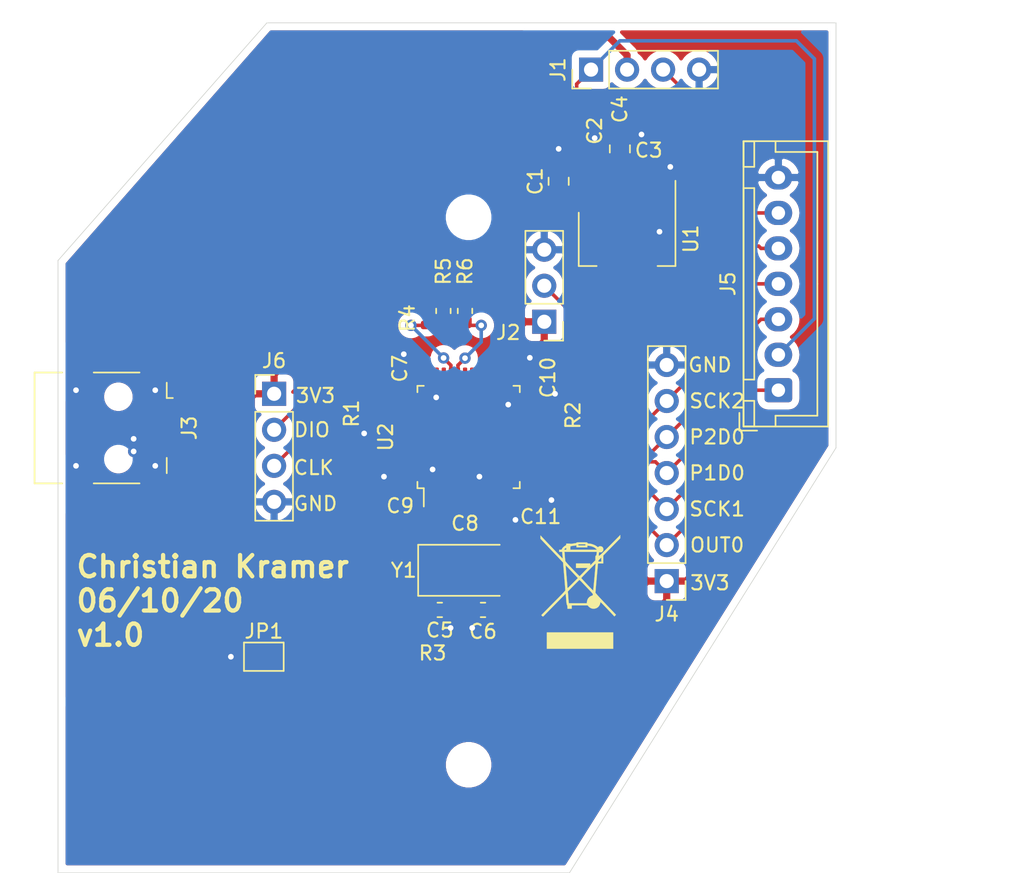
<source format=kicad_pcb>
(kicad_pcb (version 20171130) (host pcbnew "(5.1.6)-1")
  (layers (0 F.Cu signal) (31 B.Cu signal) (34 B.Paste user) (35 F.Paste user) (36 B.SilkS user) (37 F.SilkS user) (38 B.Mask user) (39 F.Mask user) (44 Edge.Cuts user))
  (net 0 "")
  (net 1 +5V)
  (net 2 GND)
  (net 3 +3V3)
  (net 4 "Net-(C5-Pad2)")
  (net 5 "Net-(C6-Pad2)")
  (net 6 /POWER)
  (net 7 /RESET)
  (net 8 "Net-(J2-Pad2)")
  (net 9 "Net-(J3-Pad2)")
  (net 10 "Net-(J3-Pad3)")
  (net 11 /OUT0)
  (net 12 /SCK1)
  (net 13 /P1D0)
  (net 14 /P2D0)
  (net 15 /SCK2)
  (net 16 /SWDCLK)
  (net 17 /SWDIO)
  (net 18 /BOOT0)
  (net 19 /BOOT1)
  (net 20 /USB_DP)
  (net 21 /USB_DM)
  (net 22 /MODE)
  (net 23 "Net-(C11-Pad2)")
  (module "KiCad Footprints:Signature" (layer F.Cu) (at 114.935 104.902)
    (fp_text reference G*** hide)
    (fp_text value LOGO hide)
  )
  (module Symbol:WEEE-Logo_5.6x8mm_SilkScreen (layer F.Cu) (at 138.43 90.932)
    (fp_text reference REF** hide)
    (fp_text value WEEE-Logo_5.6x8mm_SilkScreen hide)
  )
  (module "KiCad Footprints:GameVision Logo" (layer F.Cu) (at 113.665 62.357 48.7)
    (fp_text reference G*** hide)
    (fp_text value LOGO hide)
  )
  (module MountingHole:MountingHole_2.2mm_M2 (layer F.Cu) (at 130.556 64.516)
    (fp_text reference REF**)
    (fp_text value MountingHole_2.2mm_M2)
    (pad 1 np_thru_hole circle (at 0 0) (size 2.2 2.2) (drill 2.2) (layers *.Cu *.Mask))
  )
  (module MountingHole:MountingHole_2.2mm_M2 (layer F.Cu) (at 130.556 103.124)
    (fp_text reference REF**)
    (fp_text value MountingHole_2.2mm_M2)
    (pad 1 np_thru_hole circle (at 0 0) (size 2.2 2.2) (drill 2.2) (layers *.Cu *.Mask))
  )
  (module Connector_USB:USB_Mini-B_Lumberg_2486_01_Horizontal (layer F.Cu) (at 105.858 79.37 270)
    (fp_text reference J3 (at 0 -5 90) (layer F.SilkS))
    (fp_text value USB_B_Mini)
    (pad "" np_thru_hole circle (at 2.2 0 270) (size 1 1) (drill 1) (layers *.Cu *.Mask))
    (pad "" np_thru_hole circle (at -2.2 0 270) (size 1 1) (drill 1) (layers *.Cu *.Mask))
    (pad 6 smd rect (at 4.45 2.85 270) (size 2 1.7) (layers F.Cu F.Paste F.Mask) (net 2 GND))
    (pad 6 smd rect (at 4.45 -2.6 270) (size 2 1.7) (layers F.Cu F.Paste F.Mask) (net 2 GND))
    (pad 6 smd rect (at -4.45 2.85 270) (size 2 1.7) (layers F.Cu F.Paste F.Mask) (net 2 GND))
    (pad 6 smd rect (at -4.45 -2.6 270) (size 2 1.7) (layers F.Cu F.Paste F.Mask) (net 2 GND))
    (pad 5 smd rect (at 1.6 -2.7 270) (size 0.5 2) (layers F.Cu F.Paste F.Mask) (net 2 GND))
    (pad 4 smd rect (at 0.8 -2.7 270) (size 0.5 2) (layers F.Cu F.Paste F.Mask) (net 2 GND))
    (pad 3 smd rect (at 0 -2.7 270) (size 0.5 2) (layers F.Cu F.Paste F.Mask) (net 10 "Net-(J3-Pad3)"))
    (pad 2 smd rect (at -0.8 -2.7 270) (size 0.5 2) (layers F.Cu F.Paste F.Mask) (net 9 "Net-(J3-Pad2)"))
    (pad 1 smd rect (at -1.6 -2.7 270) (size 0.5 2) (layers F.Cu F.Paste F.Mask) (net 6 /POWER))
  )
  (module Capacitor_SMD:C_0805_2012Metric (layer F.Cu) (at 136.906 61.976 90)
    (fp_text reference C1 (at 0 -1.65 90) (layer F.SilkS))
    (fp_text value 10μF)
    (pad 1 smd roundrect (at -0.9375 0 90) (size 0.975 1.4) (layers F.Cu F.Paste F.Mask) (net 1 +5V))
    (pad 2 smd roundrect (at 0.9375 0 90) (size 0.975 1.4) (layers F.Cu F.Paste F.Mask) (net 2 GND))
  )
  (module Capacitor_SMD:C_0402_1005Metric (layer F.Cu) (at 139.446 60.452 90)
    (fp_text reference C2 (at 2.032 0 90) (layer F.SilkS))
    (fp_text value 100nF)
    (pad 1 smd roundrect (at -0.485 0 90) (size 0.59 0.64) (layers F.Cu F.Paste F.Mask) (net 1 +5V))
    (pad 2 smd roundrect (at 0.485 0 90) (size 0.59 0.64) (layers F.Cu F.Paste F.Mask) (net 2 GND))
  )
  (module Capacitor_SMD:C_0402_1005Metric (layer F.Cu) (at 143.256 60.96)
    (fp_text reference C3 (at 0 -1.17) (layer F.SilkS))
    (fp_text value 100nF)
    (pad 2 smd roundrect (at 0.485 0) (size 0.59 0.64) (layers F.Cu F.Paste F.Mask) (net 2 GND))
    (pad 1 smd roundrect (at -0.485 0) (size 0.59 0.64) (layers F.Cu F.Paste F.Mask) (net 3 +3V3))
  )
  (module Capacitor_SMD:C_0805_2012Metric (layer F.Cu) (at 141.224 59.69 90)
    (fp_text reference C4 (at 2.794 0 90) (layer F.SilkS))
    (fp_text value 10μF)
    (pad 2 smd roundrect (at 0.9375 0 90) (size 0.975 1.4) (layers F.Cu F.Paste F.Mask) (net 2 GND))
    (pad 1 smd roundrect (at -0.9375 0 90) (size 0.975 1.4) (layers F.Cu F.Paste F.Mask) (net 3 +3V3))
  )
  (module Capacitor_SMD:C_0603_1608Metric (layer F.Cu) (at 128.524 92.202 180)
    (fp_text reference C5 (at 0 -1.43) (layer F.SilkS))
    (fp_text value 20pF)
    (pad 1 smd roundrect (at -0.7875 0 180) (size 0.875 0.95) (layers F.Cu F.Paste F.Mask) (net 2 GND))
    (pad 2 smd roundrect (at 0.7875 0 180) (size 0.875 0.95) (layers F.Cu F.Paste F.Mask) (net 4 "Net-(C5-Pad2)"))
  )
  (module Capacitor_SMD:C_0603_1608Metric (layer F.Cu) (at 131.572 92.202)
    (fp_text reference C6 (at 0 1.524) (layer F.SilkS))
    (fp_text value 20pF)
    (pad 2 smd roundrect (at 0.7875 0) (size 0.875 0.95) (layers F.Cu F.Paste F.Mask) (net 5 "Net-(C6-Pad2)"))
    (pad 1 smd roundrect (at -0.7875 0) (size 0.875 0.95) (layers F.Cu F.Paste F.Mask) (net 2 GND))
  )
  (module Capacitor_SMD:C_0402_1005Metric (layer F.Cu) (at 126.873 75.184 90)
    (fp_text reference C7 (at 0 -1.17 90) (layer F.SilkS))
    (fp_text value 100nF)
    (pad 2 smd roundrect (at 0.485 0 90) (size 0.59 0.64) (layers F.Cu F.Paste F.Mask) (net 2 GND))
    (pad 1 smd roundrect (at -0.485 0 90) (size 0.59 0.64) (layers F.Cu F.Paste F.Mask) (net 3 +3V3))
  )
  (module Capacitor_SMD:C_0402_1005Metric (layer F.Cu) (at 132.334 85.852)
    (fp_text reference C8 (at -2.032 0.254) (layer F.SilkS))
    (fp_text value 100nF)
    (pad 2 smd roundrect (at 0.485 0) (size 0.59 0.64) (layers F.Cu F.Paste F.Mask) (net 2 GND))
    (pad 1 smd roundrect (at -0.485 0) (size 0.59 0.64) (layers F.Cu F.Paste F.Mask) (net 3 +3V3))
  )
  (module Capacitor_SMD:C_0402_1005Metric (layer F.Cu) (at 125.73 83.693 180)
    (fp_text reference C9 (at 0 -1.17) (layer F.SilkS))
    (fp_text value 100nF)
    (pad 2 smd roundrect (at 0.485 0 180) (size 0.59 0.64) (layers F.Cu F.Paste F.Mask) (net 2 GND))
    (pad 1 smd roundrect (at -0.485 0 180) (size 0.59 0.64) (layers F.Cu F.Paste F.Mask) (net 3 +3V3))
  )
  (module Capacitor_SMD:C_0402_1005Metric (layer F.Cu) (at 134.874 75.819 90)
    (fp_text reference C10 (at 0 1.27 90) (layer F.SilkS))
    (fp_text value 100nF)
    (pad 2 smd roundrect (at 0.485 0 90) (size 0.59 0.64) (layers F.Cu F.Paste F.Mask) (net 2 GND))
    (pad 1 smd roundrect (at -0.485 0 90) (size 0.59 0.64) (layers F.Cu F.Paste F.Mask) (net 3 +3V3))
  )
  (module Connector_PinHeader_2.54mm:PinHeader_1x04_P2.54mm_Vertical (layer F.Cu) (at 139.192 54.102 90)
    (fp_text reference J1 (at 0 -2.33 90) (layer F.SilkS))
    (fp_text value Reset/Power)
    (pad 1 thru_hole rect (at 0 0 90) (size 1.7 1.7) (drill 1) (layers *.Cu *.Mask) (net 1 +5V))
    (pad 2 thru_hole oval (at 0 2.54 90) (size 1.7 1.7) (drill 1) (layers *.Cu *.Mask) (net 6 /POWER))
    (pad 3 thru_hole oval (at 0 5.08 90) (size 1.7 1.7) (drill 1) (layers *.Cu *.Mask) (net 7 /RESET))
    (pad 4 thru_hole oval (at 0 7.62 90) (size 1.7 1.7) (drill 1) (layers *.Cu *.Mask) (net 2 GND))
  )
  (module Connector_PinHeader_2.54mm:PinHeader_1x03_P2.54mm_Vertical (layer F.Cu) (at 135.89 71.882 180)
    (fp_text reference J2 (at 2.54 -0.762) (layer F.SilkS))
    (fp_text value Potentiometer)
    (pad 3 thru_hole oval (at 0 5.08 180) (size 1.7 1.7) (drill 1) (layers *.Cu *.Mask) (net 2 GND))
    (pad 2 thru_hole oval (at 0 2.54 180) (size 1.7 1.7) (drill 1) (layers *.Cu *.Mask) (net 8 "Net-(J2-Pad2)"))
    (pad 1 thru_hole rect (at 0 0 180) (size 1.7 1.7) (drill 1) (layers *.Cu *.Mask) (net 3 +3V3))
  )
  (module Connector_JST:JST_XH_B7B-XH-A_1x07_P2.50mm_Vertical (layer F.Cu) (at 152.4 76.708 90)
    (fp_text reference J5 (at 7.5 -3.55 90) (layer F.SilkS))
    (fp_text value Controller)
    (pad 1 thru_hole roundrect (at 0 0 90) (size 1.7 1.95) (drill 0.95) (layers *.Cu *.Mask) (roundrect_rratio 0.147059) (net 11 /OUT0))
    (pad 2 thru_hole oval (at 2.5 0 90) (size 1.7 1.95) (drill 0.95) (layers *.Cu *.Mask) (net 1 +5V))
    (pad 3 thru_hole oval (at 5 0 90) (size 1.7 1.95) (drill 0.95) (layers *.Cu *.Mask) (net 12 /SCK1))
    (pad 4 thru_hole oval (at 7.5 0 90) (size 1.7 1.95) (drill 0.95) (layers *.Cu *.Mask) (net 13 /P1D0))
    (pad 5 thru_hole oval (at 10 0 90) (size 1.7 1.95) (drill 0.95) (layers *.Cu *.Mask) (net 14 /P2D0))
    (pad 6 thru_hole oval (at 12.5 0 90) (size 1.7 1.95) (drill 0.95) (layers *.Cu *.Mask) (net 15 /SCK2))
    (pad 7 thru_hole oval (at 15 0 90) (size 1.7 1.95) (drill 0.95) (layers *.Cu *.Mask) (net 2 GND))
  )
  (module Connector_PinHeader_2.54mm:PinHeader_1x04_P2.54mm_Vertical (layer F.Cu) (at 116.84 76.962)
    (fp_text reference J6 (at 0 -2.33) (layer F.SilkS))
    (fp_text value STLink)
    (pad 4 thru_hole oval (at 0 7.62) (size 1.7 1.7) (drill 1) (layers *.Cu *.Mask) (net 2 GND))
    (pad 3 thru_hole oval (at 0 5.08) (size 1.7 1.7) (drill 1) (layers *.Cu *.Mask) (net 16 /SWDCLK))
    (pad 2 thru_hole oval (at 0 2.54) (size 1.7 1.7) (drill 1) (layers *.Cu *.Mask) (net 17 /SWDIO))
    (pad 1 thru_hole rect (at 0 0) (size 1.7 1.7) (drill 1) (layers *.Cu *.Mask) (net 3 +3V3))
  )
  (module Jumper:SolderJumper-2_P1.3mm_Open_TrianglePad1.0x1.5mm (layer F.Cu) (at 116.115 95.504)
    (fp_text reference JP1 (at 0 -1.8) (layer F.SilkS))
    (fp_text value "Control Mode")
    (pad 1 smd custom (at -0.725 0) (size 0.3 0.3) (layers F.Cu F.Mask) (net 2 GND) (options (clearance outline) (anchor rect)) (primitives (gr_poly (pts (xy -0.5 -0.75) (xy 0.5 -0.75) (xy 1 0) (xy 0.5 0.75) (xy -0.5 0.75)) (width 0))))
    (pad 2 smd custom (at 0.725 0) (size 0.3 0.3) (layers F.Cu F.Mask) (net 22 /MODE) (options (clearance outline) (anchor rect)) (primitives (gr_poly (pts (xy -0.65 -0.75) (xy 0.5 -0.75) (xy 0.5 0.75) (xy -0.65 0.75) (xy -0.15 0)) (width 0))))
  )
  (module Resistor_SMD:R_0402_1005Metric (layer F.Cu) (at 122.174 80.264 90)
    (fp_text reference R1 (at 1.905 0.127 90) (layer F.SilkS))
    (fp_text value 100KΩ)
    (pad 1 smd roundrect (at -0.485 0 90) (size 0.59 0.64) (layers F.Cu F.Paste F.Mask) (net 18 /BOOT0))
    (pad 2 smd roundrect (at 0.485 0 90) (size 0.59 0.64) (layers F.Cu F.Paste F.Mask) (net 2 GND))
  )
  (module Resistor_SMD:R_0402_1005Metric (layer F.Cu) (at 136.652 78.486 90)
    (fp_text reference R2 (at 0 1.27 90) (layer F.SilkS))
    (fp_text value 100KΩ)
    (pad 1 smd roundrect (at -0.485 0 90) (size 0.59 0.64) (layers F.Cu F.Paste F.Mask) (net 19 /BOOT1))
    (pad 2 smd roundrect (at 0.485 0 90) (size 0.59 0.64) (layers F.Cu F.Paste F.Mask) (net 2 GND))
  )
  (module Resistor_SMD:R_0402_1005Metric (layer F.Cu) (at 130.048 94.996)
    (fp_text reference R3 (at -2.032 0.254) (layer F.SilkS))
    (fp_text value 1M)
    (pad 2 smd roundrect (at 0.485 0) (size 0.59 0.64) (layers F.Cu F.Paste F.Mask) (net 5 "Net-(C6-Pad2)"))
    (pad 1 smd roundrect (at -0.485 0) (size 0.59 0.64) (layers F.Cu F.Paste F.Mask) (net 4 "Net-(C5-Pad2)"))
  )
  (module Resistor_SMD:R_0402_1005Metric (layer F.Cu) (at 127.508 71.628 270)
    (fp_text reference R4 (at 0 1.27 90) (layer F.SilkS))
    (fp_text value 1.5KΩ)
    (pad 1 smd roundrect (at -0.485 0 270) (size 0.59 0.64) (layers F.Cu F.Paste F.Mask) (net 1 +5V))
    (pad 2 smd roundrect (at 0.485 0 270) (size 0.59 0.64) (layers F.Cu F.Paste F.Mask) (net 20 /USB_DP))
  )
  (module Resistor_SMD:R_0603_1608Metric (layer F.Cu) (at 128.778 71.12 90)
    (fp_text reference R5 (at 2.794 0 90) (layer F.SilkS))
    (fp_text value 20Ω)
    (pad 1 smd roundrect (at -0.7875 0 90) (size 0.875 0.95) (layers F.Cu F.Paste F.Mask) (net 20 /USB_DP))
    (pad 2 smd roundrect (at 0.7875 0 90) (size 0.875 0.95) (layers F.Cu F.Paste F.Mask) (net 10 "Net-(J3-Pad3)"))
  )
  (module Resistor_SMD:R_0603_1608Metric (layer F.Cu) (at 130.302 71.12 90)
    (fp_text reference R6 (at 2.794 0 90) (layer F.SilkS))
    (fp_text value 20Ω)
    (pad 2 smd roundrect (at 0.7875 0 90) (size 0.875 0.95) (layers F.Cu F.Paste F.Mask) (net 9 "Net-(J3-Pad2)"))
    (pad 1 smd roundrect (at -0.7875 0 90) (size 0.875 0.95) (layers F.Cu F.Paste F.Mask) (net 21 /USB_DM))
  )
  (module Package_TO_SOT_SMD:SOT-223-3_TabPin2 (layer F.Cu) (at 141.732 66.04 270)
    (fp_text reference U1 (at 0 -4.5 90) (layer F.SilkS))
    (fp_text value AMS1117-3.3)
    (pad 1 smd rect (at -3.15 -2.3 270) (size 2 1.5) (layers F.Cu F.Paste F.Mask) (net 2 GND))
    (pad 3 smd rect (at -3.15 2.3 270) (size 2 1.5) (layers F.Cu F.Paste F.Mask) (net 1 +5V))
    (pad 2 smd rect (at -3.15 0 270) (size 2 1.5) (layers F.Cu F.Paste F.Mask) (net 3 +3V3))
    (pad 2 smd rect (at 3.15 0 270) (size 2 3.8) (layers F.Cu F.Paste F.Mask) (net 3 +3V3))
  )
  (module Package_QFP:LQFP-48_7x7mm_P0.5mm (layer F.Cu) (at 130.556 80.01 90)
    (fp_text reference U2 (at 0 -5.85 90) (layer F.SilkS))
    (fp_text value STM32F103C8Tx)
    (pad 1 smd roundrect (at -4.1625 -2.75 90) (size 1.475 0.3) (layers F.Cu F.Paste F.Mask))
    (pad 2 smd roundrect (at -4.1625 -2.25 90) (size 1.475 0.3) (layers F.Cu F.Paste F.Mask) (net 22 /MODE))
    (pad 3 smd roundrect (at -4.1625 -1.75 90) (size 1.475 0.3) (layers F.Cu F.Paste F.Mask))
    (pad 4 smd roundrect (at -4.1625 -1.25 90) (size 1.475 0.3) (layers F.Cu F.Paste F.Mask))
    (pad 5 smd roundrect (at -4.1625 -0.75 90) (size 1.475 0.3) (layers F.Cu F.Paste F.Mask) (net 4 "Net-(C5-Pad2)"))
    (pad 6 smd roundrect (at -4.1625 -0.25 90) (size 1.475 0.3) (layers F.Cu F.Paste F.Mask) (net 5 "Net-(C6-Pad2)"))
    (pad 7 smd roundrect (at -4.1625 0.25 90) (size 1.475 0.3) (layers F.Cu F.Paste F.Mask) (net 23 "Net-(C11-Pad2)"))
    (pad 8 smd roundrect (at -4.1625 0.75 90) (size 1.475 0.3) (layers F.Cu F.Paste F.Mask) (net 2 GND))
    (pad 9 smd roundrect (at -4.1625 1.25 90) (size 1.475 0.3) (layers F.Cu F.Paste F.Mask) (net 3 +3V3))
    (pad 10 smd roundrect (at -4.1625 1.75 90) (size 1.475 0.3) (layers F.Cu F.Paste F.Mask))
    (pad 11 smd roundrect (at -4.1625 2.25 90) (size 1.475 0.3) (layers F.Cu F.Paste F.Mask))
    (pad 12 smd roundrect (at -4.1625 2.75 90) (size 1.475 0.3) (layers F.Cu F.Paste F.Mask))
    (pad 13 smd roundrect (at -2.75 4.1625 90) (size 0.3 1.475) (layers F.Cu F.Paste F.Mask) (net 11 /OUT0))
    (pad 14 smd roundrect (at -2.25 4.1625 90) (size 0.3 1.475) (layers F.Cu F.Paste F.Mask) (net 12 /SCK1))
    (pad 15 smd roundrect (at -1.75 4.1625 90) (size 0.3 1.475) (layers F.Cu F.Paste F.Mask) (net 13 /P1D0))
    (pad 16 smd roundrect (at -1.25 4.1625 90) (size 0.3 1.475) (layers F.Cu F.Paste F.Mask) (net 14 /P2D0))
    (pad 17 smd roundrect (at -0.75 4.1625 90) (size 0.3 1.475) (layers F.Cu F.Paste F.Mask) (net 15 /SCK2))
    (pad 18 smd roundrect (at -0.25 4.1625 90) (size 0.3 1.475) (layers F.Cu F.Paste F.Mask) (net 7 /RESET))
    (pad 19 smd roundrect (at 0.25 4.1625 90) (size 0.3 1.475) (layers F.Cu F.Paste F.Mask) (net 8 "Net-(J2-Pad2)"))
    (pad 20 smd roundrect (at 0.75 4.1625 90) (size 0.3 1.475) (layers F.Cu F.Paste F.Mask) (net 19 /BOOT1))
    (pad 21 smd roundrect (at 1.25 4.1625 90) (size 0.3 1.475) (layers F.Cu F.Paste F.Mask))
    (pad 22 smd roundrect (at 1.75 4.1625 90) (size 0.3 1.475) (layers F.Cu F.Paste F.Mask))
    (pad 23 smd roundrect (at 2.25 4.1625 90) (size 0.3 1.475) (layers F.Cu F.Paste F.Mask) (net 2 GND))
    (pad 24 smd roundrect (at 2.75 4.1625 90) (size 0.3 1.475) (layers F.Cu F.Paste F.Mask) (net 3 +3V3))
    (pad 25 smd roundrect (at 4.1625 2.75 90) (size 1.475 0.3) (layers F.Cu F.Paste F.Mask))
    (pad 26 smd roundrect (at 4.1625 2.25 90) (size 1.475 0.3) (layers F.Cu F.Paste F.Mask))
    (pad 27 smd roundrect (at 4.1625 1.75 90) (size 1.475 0.3) (layers F.Cu F.Paste F.Mask))
    (pad 28 smd roundrect (at 4.1625 1.25 90) (size 1.475 0.3) (layers F.Cu F.Paste F.Mask))
    (pad 29 smd roundrect (at 4.1625 0.75 90) (size 1.475 0.3) (layers F.Cu F.Paste F.Mask))
    (pad 30 smd roundrect (at 4.1625 0.25 90) (size 1.475 0.3) (layers F.Cu F.Paste F.Mask))
    (pad 31 smd roundrect (at 4.1625 -0.25 90) (size 1.475 0.3) (layers F.Cu F.Paste F.Mask))
    (pad 32 smd roundrect (at 4.1625 -0.75 90) (size 1.475 0.3) (layers F.Cu F.Paste F.Mask) (net 21 /USB_DM))
    (pad 33 smd roundrect (at 4.1625 -1.25 90) (size 1.475 0.3) (layers F.Cu F.Paste F.Mask) (net 20 /USB_DP))
    (pad 34 smd roundrect (at 4.1625 -1.75 90) (size 1.475 0.3) (layers F.Cu F.Paste F.Mask) (net 17 /SWDIO))
    (pad 35 smd roundrect (at 4.1625 -2.25 90) (size 1.475 0.3) (layers F.Cu F.Paste F.Mask) (net 2 GND))
    (pad 36 smd roundrect (at 4.1625 -2.75 90) (size 1.475 0.3) (layers F.Cu F.Paste F.Mask) (net 3 +3V3))
    (pad 37 smd roundrect (at 2.75 -4.1625 90) (size 0.3 1.475) (layers F.Cu F.Paste F.Mask) (net 16 /SWDCLK))
    (pad 38 smd roundrect (at 2.25 -4.1625 90) (size 0.3 1.475) (layers F.Cu F.Paste F.Mask))
    (pad 39 smd roundrect (at 1.75 -4.1625 90) (size 0.3 1.475) (layers F.Cu F.Paste F.Mask))
    (pad 40 smd roundrect (at 1.25 -4.1625 90) (size 0.3 1.475) (layers F.Cu F.Paste F.Mask))
    (pad 41 smd roundrect (at 0.75 -4.1625 90) (size 0.3 1.475) (layers F.Cu F.Paste F.Mask))
    (pad 42 smd roundrect (at 0.25 -4.1625 90) (size 0.3 1.475) (layers F.Cu F.Paste F.Mask))
    (pad 43 smd roundrect (at -0.25 -4.1625 90) (size 0.3 1.475) (layers F.Cu F.Paste F.Mask))
    (pad 44 smd roundrect (at -0.75 -4.1625 90) (size 0.3 1.475) (layers F.Cu F.Paste F.Mask) (net 18 /BOOT0))
    (pad 45 smd roundrect (at -1.25 -4.1625 90) (size 0.3 1.475) (layers F.Cu F.Paste F.Mask))
    (pad 46 smd roundrect (at -1.75 -4.1625 90) (size 0.3 1.475) (layers F.Cu F.Paste F.Mask))
    (pad 47 smd roundrect (at -2.25 -4.1625 90) (size 0.3 1.475) (layers F.Cu F.Paste F.Mask) (net 2 GND))
    (pad 48 smd roundrect (at -2.75 -4.1625 90) (size 0.3 1.475) (layers F.Cu F.Paste F.Mask) (net 3 +3V3))
  )
  (module Crystal:Crystal_SMD_5032-2Pin_5.0x3.2mm (layer F.Cu) (at 130.048 89.408)
    (fp_text reference Y1 (at -4.064 0) (layer F.SilkS))
    (fp_text value 8MHz)
    (pad 1 smd rect (at -1.85 0) (size 2 2.4) (layers F.Cu F.Paste F.Mask) (net 4 "Net-(C5-Pad2)"))
    (pad 2 smd rect (at 1.85 0) (size 2 2.4) (layers F.Cu F.Paste F.Mask) (net 5 "Net-(C6-Pad2)"))
  )
  (module Capacitor_SMD:C_0402_1005Metric (layer F.Cu) (at 134.874 84.455 180)
    (fp_text reference C11 (at -0.762 -1.17) (layer F.SilkS))
    (fp_text value 100nF)
    (pad 2 smd roundrect (at 0.485 0 180) (size 0.59 0.64) (layers F.Cu F.Paste F.Mask) (net 23 "Net-(C11-Pad2)"))
    (pad 1 smd roundrect (at -0.485 0 180) (size 0.59 0.64) (layers F.Cu F.Paste F.Mask) (net 2 GND))
  )
  (module Connector_PinHeader_2.54mm:PinHeader_1x07_P2.54mm_Vertical (layer F.Cu) (at 144.526 90.17 180)
    (fp_text reference J4 (at 0 -2.33) (layer F.SilkS))
    (fp_text value "Test Points")
    (pad 1 thru_hole rect (at 0 0 180) (size 1.7 1.7) (drill 1) (layers *.Cu *.Mask) (net 3 +3V3))
    (pad 2 thru_hole oval (at 0 2.54 180) (size 1.7 1.7) (drill 1) (layers *.Cu *.Mask) (net 11 /OUT0))
    (pad 3 thru_hole oval (at 0 5.08 180) (size 1.7 1.7) (drill 1) (layers *.Cu *.Mask) (net 12 /SCK1))
    (pad 4 thru_hole oval (at 0 7.62 180) (size 1.7 1.7) (drill 1) (layers *.Cu *.Mask) (net 13 /P1D0))
    (pad 5 thru_hole oval (at 0 10.16 180) (size 1.7 1.7) (drill 1) (layers *.Cu *.Mask) (net 14 /P2D0))
    (pad 6 thru_hole oval (at 0 12.7 180) (size 1.7 1.7) (drill 1) (layers *.Cu *.Mask) (net 15 /SCK2))
    (pad 7 thru_hole oval (at 0 15.24 180) (size 1.7 1.7) (drill 1) (layers *.Cu *.Mask) (net 2 GND))
  )
  (gr_text "Christian Kramer\n06/10/20\nv1.0" (at 102.743 91.567) (layer F.SilkS) (effects (font (size 1.5 1.5) (thickness 0.3)) (justify left)))
  (gr_text GND (at 147.574 74.93) (layer F.SilkS) (effects (font (size 1 1))))
  (gr_text 3V3 (at 147.574 90.297) (layer F.SilkS) (effects (font (size 1 1))))
  (gr_text OUT0 (at 148.082 87.63) (layer F.SilkS) (effects (font (size 1 1))))
  (gr_text SCK1 (at 148.082 85.09) (layer F.SilkS) (effects (font (size 1 1))))
  (gr_text P1D0 (at 148.082 82.55) (layer F.SilkS) (effects (font (size 1 1))))
  (gr_text P2D0 (at 148.082 80.01) (layer F.SilkS) (effects (font (size 1 1))))
  (gr_text SCK2 (at 148.082 77.47) (layer F.SilkS) (effects (font (size 1 1))))
  (gr_text GND (at 119.761 84.709) (layer F.SilkS) (effects (font (size 1 1))))
  (gr_text CLK (at 119.634 82.169) (layer F.SilkS) (effects (font (size 1 1))))
  (gr_text DIO (at 119.507 79.502) (layer F.SilkS) (effects (font (size 1 1))))
  (gr_text 3V3 (at 119.761 77.089) (layer F.SilkS) (effects (font (size 1 1))))
  (gr_line (start 116.332 50.8) (end 156.464 50.8) (layer Edge.Cuts) (width 0.05))
  (gr_line (start 101.6 67.564) (end 116.332 50.8) (layer Edge.Cuts) (width 0.05))
  (gr_line (start 101.6 110.744) (end 101.6 67.564) (layer Edge.Cuts) (width 0.05))
  (gr_line (start 137.668 110.744) (end 101.6 110.744) (layer Edge.Cuts) (width 0.05))
  (gr_line (start 156.464 80.772) (end 137.668 110.744) (layer Edge.Cuts) (width 0.05))
  (gr_line (start 156.464 50.8) (end 156.464 80.772) (layer Edge.Cuts) (width 0.05))
  (segment (start 139.446 60.937) (end 139.446 62.876) (width 0.25) (layer F.Cu) (net 1))
  (segment (start 136.906 62.9135) (end 139.4085 62.9135) (width 0.25) (layer F.Cu) (net 1))
  (segment (start 154.94 71.668) (end 152.4 74.208) (width 0.25) (layer B.Cu) (net 1))
  (segment (start 154.94 53.34) (end 154.94 71.668) (width 0.25) (layer B.Cu) (net 1))
  (segment (start 153.67 52.07) (end 154.94 53.34) (width 0.25) (layer B.Cu) (net 1))
  (segment (start 139.192 54.102) (end 141.224 52.07) (width 0.25) (layer B.Cu) (net 1))
  (segment (start 141.224 52.07) (end 153.67 52.07) (width 0.25) (layer B.Cu) (net 1))
  (segment (start 138.176 61.634) (end 139.432 62.89) (width 0.25) (layer F.Cu) (net 1))
  (segment (start 139.192 54.102) (end 138.176 55.118) (width 0.25) (layer F.Cu) (net 1))
  (segment (start 138.176 55.118) (end 138.176 61.634) (width 0.25) (layer F.Cu) (net 1))
  (segment (start 130.735494 71.143) (end 133.604 68.274494) (width 0.25) (layer F.Cu) (net 1))
  (segment (start 127.508 71.143) (end 130.735494 71.143) (width 0.25) (layer F.Cu) (net 1))
  (segment (start 133.604 68.274494) (end 133.604 64.516) (width 0.25) (layer F.Cu) (net 1))
  (segment (start 135.2065 62.9135) (end 136.906 62.9135) (width 0.25) (layer F.Cu) (net 1))
  (segment (start 133.604 64.516) (end 135.2065 62.9135) (width 0.25) (layer F.Cu) (net 1))
  (via (at 124.587 82.804) (size 0.8) (drill 0.4) (layers F.Cu B.Cu) (net 2))
  (via (at 128.016 82.296) (size 0.8) (drill 0.4) (layers F.Cu B.Cu) (net 2))
  (via (at 131.318 82.804) (size 0.8) (drill 0.4) (layers F.Cu B.Cu) (net 2))
  (via (at 133.858 85.852) (size 0.8) (drill 0.4) (layers F.Cu B.Cu) (net 2))
  (via (at 133.35 77.724) (size 0.8) (drill 0.4) (layers F.Cu B.Cu) (net 2))
  (via (at 134.874 74.422) (size 0.8) (drill 0.4) (layers F.Cu B.Cu) (net 2))
  (via (at 128.27 77.216) (size 0.8) (drill 0.4) (layers F.Cu B.Cu) (net 2))
  (via (at 125.984 74.168) (size 0.8) (drill 0.4) (layers F.Cu B.Cu) (net 2))
  (via (at 123.19 79.756) (size 0.8) (drill 0.4) (layers F.Cu B.Cu) (net 2))
  (segment (start 132.819 85.852) (end 133.858 85.852) (width 0.25) (layer F.Cu) (net 2))
  (segment (start 134.874 75.334) (end 134.874 74.422) (width 0.25) (layer F.Cu) (net 2))
  (segment (start 133.386 77.76) (end 133.35 77.724) (width 0.25) (layer F.Cu) (net 2))
  (segment (start 134.7185 77.76) (end 133.386 77.76) (width 0.25) (layer F.Cu) (net 2))
  (via (at 136.652 76.962) (size 0.8) (drill 0.4) (layers F.Cu B.Cu) (net 2))
  (segment (start 136.652 78.001) (end 136.652 76.962) (width 0.25) (layer F.Cu) (net 2))
  (via (at 136.398 84.455) (size 0.8) (drill 0.4) (layers F.Cu B.Cu) (net 2))
  (segment (start 135.359 84.455) (end 136.398 84.455) (width 0.25) (layer F.Cu) (net 2))
  (via (at 129.286 93.472) (size 0.8) (drill 0.4) (layers F.Cu B.Cu) (net 2))
  (via (at 130.81 93.472) (size 0.8) (drill 0.4) (layers F.Cu B.Cu) (net 2))
  (segment (start 129.286 92.2275) (end 129.3115 92.202) (width 0.25) (layer F.Cu) (net 2))
  (segment (start 129.286 93.472) (end 129.286 92.2275) (width 0.25) (layer F.Cu) (net 2))
  (segment (start 130.81 92.2275) (end 130.7845 92.202) (width 0.25) (layer F.Cu) (net 2))
  (segment (start 130.81 93.472) (end 130.81 92.2275) (width 0.25) (layer F.Cu) (net 2))
  (via (at 144.78 60.96) (size 0.8) (drill 0.4) (layers F.Cu B.Cu) (net 2))
  (via (at 144.018 65.532) (size 0.8) (drill 0.4) (layers F.Cu B.Cu) (net 2))
  (via (at 142.748 58.674) (size 0.8) (drill 0.4) (layers F.Cu B.Cu) (net 2))
  (via (at 139.446 58.928) (size 0.8) (drill 0.4) (layers F.Cu B.Cu) (net 2))
  (via (at 136.906 59.69) (size 0.8) (drill 0.4) (layers F.Cu B.Cu) (net 2))
  (segment (start 141.224 58.7525) (end 142.6695 58.7525) (width 0.25) (layer F.Cu) (net 2))
  (segment (start 143.741 60.96) (end 144.78 60.96) (width 0.25) (layer F.Cu) (net 2))
  (segment (start 144.032 63.652) (end 144.032 65.518) (width 0.25) (layer F.Cu) (net 2))
  (segment (start 139.446 59.967) (end 139.446 58.928) (width 0.25) (layer F.Cu) (net 2))
  (segment (start 136.906 61.0385) (end 136.906 59.69) (width 0.25) (layer F.Cu) (net 2))
  (segment (start 127.98 82.26) (end 128.016 82.296) (width 0.25) (layer F.Cu) (net 2))
  (segment (start 126.3935 82.26) (end 127.98 82.26) (width 0.25) (layer F.Cu) (net 2))
  (segment (start 131.318 84.1605) (end 131.306 84.1725) (width 0.25) (layer F.Cu) (net 2))
  (segment (start 131.318 82.804) (end 131.318 84.1605) (width 0.25) (layer F.Cu) (net 2))
  (segment (start 128.306 77.18) (end 128.306 75.8475) (width 0.25) (layer F.Cu) (net 2))
  (segment (start 128.27 77.216) (end 128.306 77.18) (width 0.25) (layer F.Cu) (net 2))
  (via (at 113.792 95.504) (size 0.8) (drill 0.4) (layers F.Cu B.Cu) (net 2))
  (segment (start 113.792 95.504) (end 115.39 95.504) (width 0.25) (layer F.Cu) (net 2))
  (segment (start 123.167 79.779) (end 123.19 79.756) (width 0.25) (layer F.Cu) (net 2))
  (segment (start 122.174 79.779) (end 123.167 79.779) (width 0.25) (layer F.Cu) (net 2))
  (via (at 102.87 76.708) (size 0.8) (drill 0.4) (layers F.Cu B.Cu) (net 2))
  (via (at 108.458 76.708) (size 0.8) (drill 0.4) (layers F.Cu B.Cu) (net 2))
  (via (at 102.87 82.042) (size 0.8) (drill 0.4) (layers F.Cu B.Cu) (net 2))
  (via (at 108.458 82.042) (size 0.8) (drill 0.4) (layers F.Cu B.Cu) (net 2))
  (via (at 106.934 81.026) (size 0.8) (drill 0.4) (layers F.Cu B.Cu) (net 2))
  (segment (start 108.502 81.026) (end 108.558 80.97) (width 0.25) (layer F.Cu) (net 2))
  (segment (start 106.934 81.026) (end 108.502 81.026) (width 0.25) (layer F.Cu) (net 2))
  (segment (start 108.458 82.042) (end 108.458 83.82) (width 0.25) (layer F.Cu) (net 2))
  (segment (start 102.87 75.058) (end 103.008 74.92) (width 0.25) (layer F.Cu) (net 2))
  (segment (start 102.87 76.708) (end 102.87 75.058) (width 0.25) (layer F.Cu) (net 2))
  (segment (start 102.87 83.682) (end 103.008 83.82) (width 0.25) (layer F.Cu) (net 2))
  (segment (start 102.87 82.042) (end 102.87 83.682) (width 0.25) (layer F.Cu) (net 2))
  (segment (start 108.458 76.708) (end 108.458 74.92) (width 0.25) (layer F.Cu) (net 2))
  (segment (start 126.342 74.168) (end 126.873 74.699) (width 0.25) (layer F.Cu) (net 2))
  (segment (start 125.984 74.168) (end 126.342 74.168) (width 0.25) (layer F.Cu) (net 2))
  (via (at 106.934 80.137) (size 0.8) (drill 0.4) (layers F.Cu B.Cu) (net 2))
  (segment (start 106.967 80.17) (end 106.934 80.137) (width 0.25) (layer F.Cu) (net 2))
  (segment (start 108.558 80.17) (end 106.967 80.17) (width 0.25) (layer F.Cu) (net 2))
  (segment (start 125.245 83.462) (end 124.587 82.804) (width 0.25) (layer F.Cu) (net 2))
  (segment (start 125.245 83.693) (end 125.245 83.462) (width 0.25) (layer F.Cu) (net 2))
  (segment (start 141.224 60.6275) (end 141.224 62.382) (width 0.25) (layer F.Cu) (net 3))
  (segment (start 142.771 61.851) (end 141.732 62.89) (width 0.25) (layer F.Cu) (net 3))
  (segment (start 142.771 60.96) (end 142.771 61.851) (width 0.25) (layer F.Cu) (net 3))
  (segment (start 127.6275 75.669) (end 127.806 75.8475) (width 0.25) (layer F.Cu) (net 3))
  (segment (start 126.873 75.669) (end 127.6275 75.669) (width 0.25) (layer F.Cu) (net 3))
  (segment (start 134.874 77.1045) (end 134.7185 77.26) (width 0.25) (layer F.Cu) (net 3))
  (segment (start 134.874 76.304) (end 134.874 77.1045) (width 0.25) (layer F.Cu) (net 3))
  (segment (start 126.215 82.9385) (end 126.3935 82.76) (width 0.25) (layer F.Cu) (net 3))
  (segment (start 126.215 83.693) (end 126.215 82.9385) (width 0.25) (layer F.Cu) (net 3))
  (segment (start 131.849 85.870232) (end 131.849 85.852) (width 0.25) (layer F.Cu) (net 3))
  (segment (start 131.806 85.809) (end 131.806 84.1725) (width 0.25) (layer F.Cu) (net 3))
  (segment (start 131.849 85.852) (end 131.806 85.809) (width 0.25) (layer F.Cu) (net 3))
  (segment (start 132.950768 86.972) (end 131.849 85.870232) (width 0.25) (layer F.Cu) (net 3))
  (segment (start 127.7365 93.1695) (end 129.563 94.996) (width 0.25) (layer F.Cu) (net 4))
  (segment (start 127.7365 92.202) (end 127.7365 93.1695) (width 0.25) (layer F.Cu) (net 4))
  (segment (start 127.7365 89.8695) (end 128.198 89.408) (width 0.25) (layer F.Cu) (net 4))
  (segment (start 127.7365 92.202) (end 127.7365 89.8695) (width 0.25) (layer F.Cu) (net 4))
  (segment (start 129.806 84.1725) (end 129.806 85.586) (width 0.25) (layer F.Cu) (net 4))
  (segment (start 128.198 87.194) (end 128.198 89.408) (width 0.25) (layer F.Cu) (net 4))
  (segment (start 129.806 85.586) (end 128.198 87.194) (width 0.25) (layer F.Cu) (net 4))
  (segment (start 132.3595 93.1695) (end 132.3595 92.202) (width 0.25) (layer F.Cu) (net 5))
  (segment (start 130.533 94.996) (end 132.3595 93.1695) (width 0.25) (layer F.Cu) (net 5))
  (segment (start 132.3595 89.8695) (end 131.898 89.408) (width 0.25) (layer F.Cu) (net 5))
  (segment (start 132.3595 92.202) (end 132.3595 89.8695) (width 0.25) (layer F.Cu) (net 5))
  (segment (start 130.306 84.1725) (end 130.306 85.602) (width 0.25) (layer F.Cu) (net 5))
  (segment (start 131.898 87.194) (end 131.898 89.408) (width 0.25) (layer F.Cu) (net 5))
  (segment (start 130.306 85.602) (end 131.898 87.194) (width 0.25) (layer F.Cu) (net 5))
  (segment (start 109.308 77.77) (end 135.262 51.816) (width 0.5) (layer F.Cu) (net 6))
  (segment (start 108.558 77.77) (end 109.308 77.77) (width 0.5) (layer F.Cu) (net 6))
  (segment (start 135.262 51.816) (end 140.462 51.816) (width 0.5) (layer F.Cu) (net 6))
  (segment (start 141.732 53.086) (end 141.732 54.102) (width 0.5) (layer F.Cu) (net 6))
  (segment (start 140.462 51.816) (end 141.732 53.086) (width 0.5) (layer F.Cu) (net 6))
  (segment (start 141.478 73.406) (end 141.478 79.502) (width 0.25) (layer F.Cu) (net 7))
  (segment (start 145.505001 55.335001) (end 145.505001 71.918999) (width 0.25) (layer F.Cu) (net 7))
  (segment (start 144.272 54.102) (end 145.505001 55.335001) (width 0.25) (layer F.Cu) (net 7))
  (segment (start 141.478 79.502) (end 140.72 80.26) (width 0.25) (layer F.Cu) (net 7))
  (segment (start 145.505001 71.918999) (end 144.78 72.644) (width 0.25) (layer F.Cu) (net 7))
  (segment (start 140.72 80.26) (end 134.7185 80.26) (width 0.25) (layer F.Cu) (net 7))
  (segment (start 144.78 72.644) (end 142.24 72.644) (width 0.25) (layer F.Cu) (net 7))
  (segment (start 142.24 72.644) (end 141.478 73.406) (width 0.25) (layer F.Cu) (net 7))
  (segment (start 137.377001 70.829001) (end 135.89 69.342) (width 0.25) (layer F.Cu) (net 8))
  (segment (start 137.377001 79.234231) (end 137.377001 70.829001) (width 0.25) (layer F.Cu) (net 8))
  (segment (start 136.851232 79.76) (end 137.377001 79.234231) (width 0.25) (layer F.Cu) (net 8))
  (segment (start 134.7185 79.76) (end 136.851232 79.76) (width 0.25) (layer F.Cu) (net 8))
  (segment (start 129.53949 69.56999) (end 130.302 70.3325) (width 0.25) (layer F.Cu) (net 9))
  (segment (start 118.80801 69.56999) (end 129.53949 69.56999) (width 0.25) (layer F.Cu) (net 9))
  (segment (start 109.808 78.57) (end 118.80801 69.56999) (width 0.25) (layer F.Cu) (net 9))
  (segment (start 108.558 78.57) (end 109.808 78.57) (width 0.25) (layer F.Cu) (net 9))
  (segment (start 128.778 70.3325) (end 118.8975 70.3325) (width 0.25) (layer F.Cu) (net 10))
  (segment (start 109.86 79.37) (end 108.558 79.37) (width 0.25) (layer F.Cu) (net 10))
  (segment (start 118.8975 70.3325) (end 109.86 79.37) (width 0.25) (layer F.Cu) (net 10))
  (segment (start 139.656 82.76) (end 144.526 87.63) (width 0.25) (layer F.Cu) (net 11))
  (segment (start 134.7185 82.76) (end 139.656 82.76) (width 0.25) (layer F.Cu) (net 11))
  (segment (start 152.4 76.708) (end 148.35804 76.708) (width 0.25) (layer F.Cu) (net 11))
  (segment (start 148.10404 76.962) (end 148.10404 84.05196) (width 0.25) (layer F.Cu) (net 11))
  (segment (start 148.10404 84.05196) (end 144.526 87.63) (width 0.25) (layer F.Cu) (net 11))
  (segment (start 148.35804 76.708) (end 148.10404 76.962) (width 0.25) (layer F.Cu) (net 11))
  (segment (start 141.696 82.26) (end 144.526 85.09) (width 0.25) (layer F.Cu) (net 12))
  (segment (start 134.7185 82.26) (end 141.696 82.26) (width 0.25) (layer F.Cu) (net 12))
  (segment (start 151.175 71.708) (end 150.747 72.136) (width 0.25) (layer F.Cu) (net 12))
  (segment (start 152.4 71.708) (end 151.175 71.708) (width 0.25) (layer F.Cu) (net 12))
  (segment (start 147.828 72.136) (end 147.65403 72.30997) (width 0.25) (layer F.Cu) (net 12))
  (segment (start 150.747 72.136) (end 147.828 72.136) (width 0.25) (layer F.Cu) (net 12))
  (segment (start 147.65403 81.96197) (end 144.526 85.09) (width 0.25) (layer F.Cu) (net 12))
  (segment (start 147.65403 72.30997) (end 147.65403 81.96197) (width 0.25) (layer F.Cu) (net 12))
  (segment (start 143.736 81.76) (end 144.526 82.55) (width 0.25) (layer F.Cu) (net 13))
  (segment (start 134.7185 81.76) (end 143.736 81.76) (width 0.25) (layer F.Cu) (net 13))
  (segment (start 152.4 69.208) (end 147.84602 69.208) (width 0.25) (layer F.Cu) (net 13))
  (segment (start 147.20402 79.87198) (end 144.526 82.55) (width 0.25) (layer F.Cu) (net 13))
  (segment (start 147.20402 69.85) (end 147.20402 79.87198) (width 0.25) (layer F.Cu) (net 13))
  (segment (start 147.84602 69.208) (end 147.20402 69.85) (width 0.25) (layer F.Cu) (net 13))
  (segment (start 143.276 81.26) (end 144.526 80.01) (width 0.25) (layer F.Cu) (net 14))
  (segment (start 134.7185 81.26) (end 143.276 81.26) (width 0.25) (layer F.Cu) (net 14))
  (segment (start 151.175 66.708) (end 151.015 66.548) (width 0.25) (layer F.Cu) (net 14))
  (segment (start 152.4 66.708) (end 151.175 66.708) (width 0.25) (layer F.Cu) (net 14))
  (segment (start 151.015 66.548) (end 147.574 66.548) (width 0.25) (layer F.Cu) (net 14))
  (segment (start 146.75401 77.78199) (end 144.526 80.01) (width 0.25) (layer F.Cu) (net 14))
  (segment (start 146.75401 67.36799) (end 146.75401 77.78199) (width 0.25) (layer F.Cu) (net 14))
  (segment (start 147.574 66.548) (end 146.75401 67.36799) (width 0.25) (layer F.Cu) (net 14))
  (segment (start 141.236 80.76) (end 144.526 77.47) (width 0.25) (layer F.Cu) (net 15))
  (segment (start 134.7185 80.76) (end 141.236 80.76) (width 0.25) (layer F.Cu) (net 15))
  (segment (start 147.374 64.208) (end 152.4 64.208) (width 0.25) (layer F.Cu) (net 15))
  (segment (start 146.304 65.278) (end 147.374 64.208) (width 0.25) (layer F.Cu) (net 15))
  (segment (start 144.526 77.47) (end 146.304 75.692) (width 0.25) (layer F.Cu) (net 15))
  (segment (start 146.304 75.692) (end 146.304 65.278) (width 0.25) (layer F.Cu) (net 15))
  (segment (start 116.84 82.042) (end 118.364 80.518) (width 0.25) (layer F.Cu) (net 16))
  (segment (start 118.364 80.518) (end 118.364 78.61441) (width 0.25) (layer F.Cu) (net 16))
  (segment (start 119.71841 77.26) (end 126.3935 77.26) (width 0.25) (layer F.Cu) (net 16))
  (segment (start 118.364 78.61441) (end 119.71841 77.26) (width 0.25) (layer F.Cu) (net 16))
  (segment (start 128.806 76.678998) (end 128.995001 76.867999) (width 0.25) (layer F.Cu) (net 17))
  (segment (start 128.995001 76.867999) (end 128.995001 77.564001) (width 0.25) (layer F.Cu) (net 17))
  (segment (start 128.806 75.8475) (end 128.806 76.678998) (width 0.25) (layer F.Cu) (net 17))
  (segment (start 128.618001 77.941001) (end 127.921999 77.941001) (width 0.25) (layer F.Cu) (net 17))
  (segment (start 127.921999 77.941001) (end 127.508 77.527002) (width 0.25) (layer F.Cu) (net 17))
  (segment (start 128.995001 77.564001) (end 128.618001 77.941001) (width 0.25) (layer F.Cu) (net 17))
  (segment (start 119.55701 76.78499) (end 116.84 79.502) (width 0.25) (layer F.Cu) (net 17))
  (segment (start 127.221692 76.78499) (end 119.55701 76.78499) (width 0.25) (layer F.Cu) (net 17))
  (segment (start 127.508 77.071298) (end 127.221692 76.78499) (width 0.25) (layer F.Cu) (net 17))
  (segment (start 127.508 77.527002) (end 127.508 77.071298) (width 0.25) (layer F.Cu) (net 17))
  (segment (start 126.3825 80.749) (end 126.3935 80.76) (width 0.25) (layer F.Cu) (net 18))
  (segment (start 122.174 80.749) (end 126.3825 80.749) (width 0.25) (layer F.Cu) (net 18))
  (segment (start 136.363 79.26) (end 136.652 78.971) (width 0.25) (layer F.Cu) (net 19))
  (segment (start 134.7185 79.26) (end 136.363 79.26) (width 0.25) (layer F.Cu) (net 19))
  (segment (start 128.778 71.9075) (end 128.79075 71.89475) (width 0.25) (layer F.Cu) (net 20))
  (segment (start 128.5725 72.113) (end 128.778 71.9075) (width 0.25) (layer F.Cu) (net 20))
  (segment (start 127.7135 71.9075) (end 127.508 72.113) (width 0.25) (layer F.Cu) (net 20))
  (segment (start 128.778 71.9075) (end 127.7135 71.9075) (width 0.25) (layer F.Cu) (net 20))
  (via (at 126.492 72.136) (size 0.8) (drill 0.4) (layers F.Cu B.Cu) (net 20))
  (via (at 128.79075 74.43475) (size 0.8) (drill 0.4) (layers F.Cu B.Cu) (net 20))
  (segment (start 126.492 72.39) (end 126.492 72.136) (width 0.25) (layer B.Cu) (net 20))
  (segment (start 127.485 72.136) (end 127.508 72.113) (width 0.25) (layer F.Cu) (net 20))
  (segment (start 126.492 72.136) (end 127.485 72.136) (width 0.25) (layer F.Cu) (net 20))
  (segment (start 129.306 74.95) (end 129.306 75.8475) (width 0.25) (layer F.Cu) (net 20))
  (segment (start 128.79075 74.43475) (end 129.306 74.95) (width 0.25) (layer F.Cu) (net 20))
  (segment (start 126.492 72.136) (end 128.79075 74.43475) (width 0.25) (layer B.Cu) (net 20))
  (segment (start 129.806 74.9435) (end 129.806 75.8475) (width 0.25) (layer F.Cu) (net 21))
  (segment (start 130.302 74.4475) (end 129.806 74.9435) (width 0.25) (layer F.Cu) (net 21))
  (segment (start 130.5305 72.136) (end 130.302 71.9075) (width 0.25) (layer F.Cu) (net 21))
  (segment (start 131.445 72.136) (end 130.5305 72.136) (width 0.25) (layer F.Cu) (net 21))
  (via (at 131.445 72.136) (size 0.8) (drill 0.4) (layers F.Cu B.Cu) (net 21))
  (via (at 130.302 74.4475) (size 0.8) (drill 0.4) (layers F.Cu B.Cu) (net 21))
  (segment (start 130.302 74.4475) (end 131.445 73.3045) (width 0.25) (layer B.Cu) (net 21))
  (segment (start 131.445 73.3045) (end 131.445 72.136) (width 0.25) (layer B.Cu) (net 21))
  (segment (start 128.306 84.975702) (end 128.306 84.1725) (width 0.25) (layer F.Cu) (net 22))
  (segment (start 117.777702 95.504) (end 128.306 84.975702) (width 0.25) (layer F.Cu) (net 22))
  (segment (start 116.84 95.504) (end 117.777702 95.504) (width 0.25) (layer F.Cu) (net 22))
  (segment (start 130.78101 84.14751) (end 130.806 84.1725) (width 0.25) (layer F.Cu) (net 23))
  (segment (start 134.389 83.952298) (end 134.389 84.455) (width 0.25) (layer F.Cu) (net 23))
  (segment (start 130.969999 82.078999) (end 132.515701 82.078999) (width 0.25) (layer F.Cu) (net 23))
  (segment (start 130.592999 83.152001) (end 130.592999 82.455999) (width 0.25) (layer F.Cu) (net 23))
  (segment (start 132.515701 82.078999) (end 134.389 83.952298) (width 0.25) (layer F.Cu) (net 23))
  (segment (start 130.592999 82.455999) (end 130.969999 82.078999) (width 0.25) (layer F.Cu) (net 23))
  (segment (start 130.806 83.365002) (end 130.592999 83.152001) (width 0.25) (layer F.Cu) (net 23))
  (segment (start 130.806 84.1725) (end 130.806 83.365002) (width 0.25) (layer F.Cu) (net 23))
  (zone (net 2) (net_name GND) (layer B.Cu) (connect_pads (clearance 0.508)) (min_thickness 0.254) (fill yes (arc_segments 32) (thermal_gap 0.508) (thermal_bridge_width 0.508))
    (polygon (pts (xy 155.956 80.772) (xy 137.668 110.236) (xy 102.108 110.236) (xy 102.108 67.564) (xy 116.332 51.308) (xy 155.956 51.308)))
  )
  (zone (net 3) (net_name +3V3) (layer F.Cu) (connect_pads (clearance 0.508)) (min_thickness 0.254) (fill yes (arc_segments 32) (thermal_gap 0.508) (thermal_bridge_width 0.508))
    (polygon (pts (xy 155.956 80.772) (xy 144.907 98.425) (xy 102.108 98.425) (xy 102.108 84.836) (xy 135.763 51.308) (xy 155.956 51.308)))
  )
  (zone (net 0) (net_name "") (layer F.Cu) (connect_pads (clearance 0.508)) (min_thickness 0.254) (fill yes (arc_segments 32) (thermal_gap 0.508) (thermal_bridge_width 0.508))
    (polygon (pts (xy 137.668 110.236) (xy 102.108 110.236) (xy 102.108 98.933) (xy 144.653 98.933)))
  )
  (zone (net 0) (net_name "") (layer F.Cu) (connect_pads (clearance 0.508)) (min_thickness 0.254) (fill yes (arc_segments 32) (thermal_gap 0.508) (thermal_bridge_width 0.508))
    (polygon (pts (xy 102.108 83.947) (xy 102.108 67.564) (xy 116.332 51.308) (xy 135.001 51.308)))
  )
)
</source>
